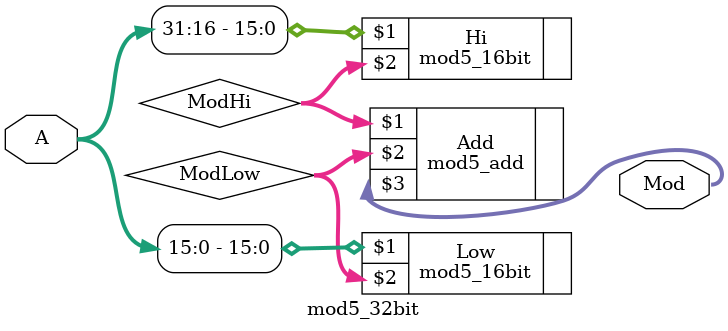
<source format=v>
module mod5_32bit(A, Mod);
  input [31:0] A;
  output [4:0] Mod;

  wire [4:0] ModHi;
  wire [4:0] ModLow;

  mod5_16bit Hi(A[31:16], ModHi);
  mod5_16bit Low(A[15:0], ModLow);

  // No need to do shift as (2**16) % 5 == 1
  mod5_add Add(ModHi, ModLow, Mod);
endmodule

</source>
